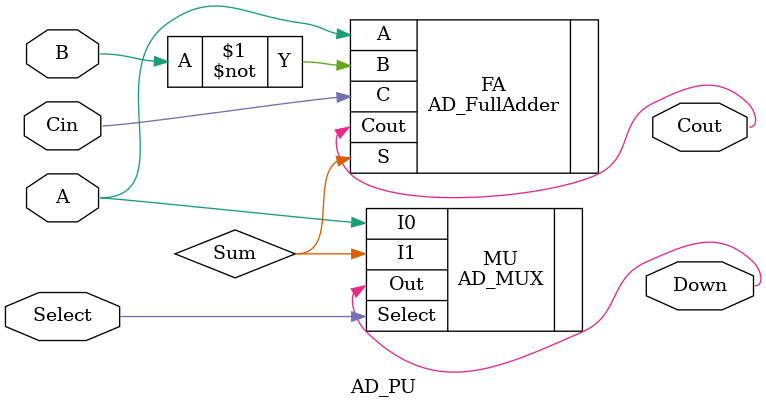
<source format=v>
module AD_PU
(
	input A,
	input B,
	input Cin,
	input Select,
	output Cout,
	output Down
);

wire Sum;

AD_FullAdder FA(.A(A), .B(~B), .C(Cin), .S(Sum), .Cout(Cout));
AD_MUX MU(.I0(A), .I1(Sum), .Select(Select), .Out(Down));

endmodule

</source>
